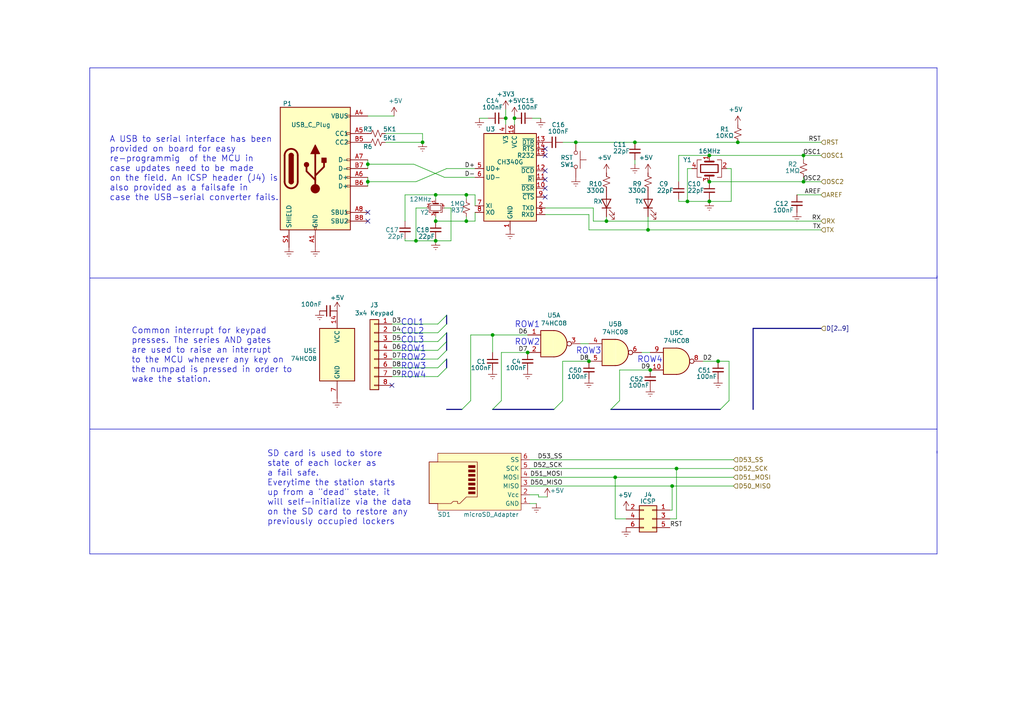
<source format=kicad_sch>
(kicad_sch (version 20200512) (host eeschema "(5.99.0-1662-g9db296991)")
  (page 2 2)
  (paper "A4")
  (title_block (title "SlughCharge Motherboard") (date "2020-05-18") (rev "4.0") (company "SlugCharge") (comment 1 "Engineer: Aditya Sehgal"))
  (lib_symbols
    (symbol "74xx:74LS00"
      (property "Reference" "U" (at 0 1.27 0))
      (property "Value" "74LS00" (at 0 -1.27 0))
      (symbol "74LS00_1_1"
        (pin input line (at -7.62 2.54 0) (length 3.81) (name "~") (number "1"))
        (pin input line (at -7.62 -2.54 0) (length 3.81) (name "~") (number "2"))
        (pin output inverted (at 7.62 0 180) (length 3.81) (name "~") (number "3"))
      )
      (symbol "74LS00_2_1"
        (pin input line (at -7.62 2.54 0) (length 3.81) (name "~") (number "4"))
        (pin input line (at -7.62 -2.54 0) (length 3.81) (name "~") (number "5"))
        (pin output inverted (at 7.62 0 180) (length 3.81) (name "~") (number "6"))
      )
      (symbol "74LS00_3_1"
        (pin input line (at -7.62 -2.54 0) (length 3.81) (name "~") (number "10"))
        (pin output inverted (at 7.62 0 180) (length 3.81) (name "~") (number "8"))
        (pin input line (at -7.62 2.54 0) (length 3.81) (name "~") (number "9"))
      )
      (symbol "74LS00_4_1"
        (pin output inverted (at 7.62 0 180) (length 3.81) (name "~") (number "11"))
        (pin input line (at -7.62 2.54 0) (length 3.81) (name "~") (number "12"))
        (pin input line (at -7.62 -2.54 0) (length 3.81) (name "~") (number "13"))
      )
      (symbol "74LS00_1_2"
        (pin input inverted (at -7.62 2.54 0) (length 4.318) (name "~") (number "1"))
        (pin input inverted (at -7.62 -2.54 0) (length 4.318) (name "~") (number "2"))
        (pin output line (at 7.62 0 180) (length 3.81) (name "~") (number "3"))
      )
      (symbol "74LS00_2_2"
        (pin input inverted (at -7.62 2.54 0) (length 4.318) (name "~") (number "4"))
        (pin input inverted (at -7.62 -2.54 0) (length 4.318) (name "~") (number "5"))
        (pin output line (at 7.62 0 180) (length 3.81) (name "~") (number "6"))
      )
      (symbol "74LS00_3_2"
        (pin input inverted (at -7.62 -2.54 0) (length 4.318) (name "~") (number "10"))
        (pin output line (at 7.62 0 180) (length 3.81) (name "~") (number "8"))
        (pin input inverted (at -7.62 2.54 0) (length 4.318) (name "~") (number "9"))
      )
      (symbol "74LS00_4_2"
        (pin output line (at 7.62 0 180) (length 3.81) (name "~") (number "11"))
        (pin input inverted (at -7.62 2.54 0) (length 4.318) (name "~") (number "12"))
        (pin input inverted (at -7.62 -2.54 0) (length 4.318) (name "~") (number "13"))
      )
      (symbol "74LS00_5_0"
        (pin power_in line (at 0 12.7 270) (length 5.08) (name "VCC") (number "14"))
        (pin power_in line (at 0 -12.7 90) (length 5.08) (name "GND") (number "7"))
      )
    )
    (symbol "Connector:USB_C_Receptacle_USB2.0"
      (property "Reference" "J" (at -10.16 19.05 0))
      (property "Value" "USB_C_Receptacle_USB2.0" (at 19.05 19.05 0))
      (symbol "USB_C_Receptacle_USB2.0_1_1"
        (pin power_in line (at 0 -22.86 90) (length 5.08) (name "GND") (number "A1"))
        (pin passive line (at 0 -22.86 90) (length 5.08) (name "GND") (number "A12") hide)
        (pin power_in line (at 15.24 15.24 180) (length 5.08) (name "VBUS") (number "A4"))
        (pin bidirectional line (at 15.24 10.16 180) (length 5.08) (name "CC1") (number "A5"))
        (pin bidirectional line (at 15.24 -2.54 180) (length 5.08) (name "D+") (number "A6"))
        (pin bidirectional line (at 15.24 2.54 180) (length 5.08) (name "D-") (number "A7"))
        (pin bidirectional line (at 15.24 -12.7 180) (length 5.08) (name "SBU1") (number "A8"))
        (pin passive line (at 15.24 15.24 180) (length 5.08) (name "VBUS") (number "A9") hide)
        (pin passive line (at 0 -22.86 90) (length 5.08) (name "GND") (number "B1") hide)
        (pin passive line (at 0 -22.86 90) (length 5.08) (name "GND") (number "B12") hide)
        (pin passive line (at 15.24 15.24 180) (length 5.08) (name "VBUS") (number "B4") hide)
        (pin bidirectional line (at 15.24 7.62 180) (length 5.08) (name "CC2") (number "B5"))
        (pin bidirectional line (at 15.24 -5.08 180) (length 5.08) (name "D+") (number "B6"))
        (pin bidirectional line (at 15.24 0 180) (length 5.08) (name "D-") (number "B7"))
        (pin bidirectional line (at 15.24 -15.24 180) (length 5.08) (name "SBU2") (number "B8"))
        (pin passive line (at 15.24 15.24 180) (length 5.08) (name "VBUS") (number "B9") hide)
        (pin passive line (at -7.62 -22.86 90) (length 5.08) (name "SHIELD") (number "S1"))
      )
    )
    (symbol "Connector_Generic:Conn_01x08" (pin_names hide)
      (property "Reference" "J" (at 0 10.16 0))
      (property "Value" "Conn_01x08" (at 0 -12.7 0))
      (symbol "Conn_01x08_1_1"
        (pin passive line (at -5.08 7.62 0) (length 3.81) (name "Pin_1") (number "1"))
        (pin passive line (at -5.08 5.08 0) (length 3.81) (name "Pin_2") (number "2"))
        (pin passive line (at -5.08 2.54 0) (length 3.81) (name "Pin_3") (number "3"))
        (pin passive line (at -5.08 0 0) (length 3.81) (name "Pin_4") (number "4"))
        (pin passive line (at -5.08 -2.54 0) (length 3.81) (name "Pin_5") (number "5"))
        (pin passive line (at -5.08 -5.08 0) (length 3.81) (name "Pin_6") (number "6"))
        (pin passive line (at -5.08 -7.62 0) (length 3.81) (name "Pin_7") (number "7"))
        (pin passive line (at -5.08 -10.16 0) (length 3.81) (name "Pin_8") (number "8"))
      )
    )
    (symbol "Connector_Generic:Conn_02x03_Odd_Even" (pin_names hide)
      (property "Reference" "J" (at 1.27 5.08 0))
      (property "Value" "Conn_02x03_Odd_Even" (at 1.27 -5.08 0))
      (symbol "Conn_02x03_Odd_Even_1_1"
        (pin passive line (at -5.08 2.54 0) (length 3.81) (name "Pin_1") (number "1"))
        (pin passive line (at 7.62 2.54 180) (length 3.81) (name "Pin_2") (number "2"))
        (pin passive line (at -5.08 0 0) (length 3.81) (name "Pin_3") (number "3"))
        (pin passive line (at 7.62 0 180) (length 3.81) (name "Pin_4") (number "4"))
        (pin passive line (at -5.08 -2.54 0) (length 3.81) (name "Pin_5") (number "5"))
        (pin passive line (at 7.62 -2.54 180) (length 3.81) (name "Pin_6") (number "6"))
      )
    )
    (symbol "Device:C_Small" (pin_numbers hide) (pin_names (offset 0.254) hide)
      (property "Reference" "C" (at 0.254 1.778 0))
      (property "Value" "C_Small" (at 0.254 -2.032 0))
      (symbol "C_Small_1_1"
        (pin passive line (at 0 2.54 270) (length 2.032) (name "~") (number "1"))
        (pin passive line (at 0 -2.54 90) (length 2.032) (name "~") (number "2"))
      )
    )
    (symbol "Device:C_Small_1" (pin_numbers hide) (pin_names (offset 0.254) hide)
      (property "Reference" "C" (at 0.254 1.778 0))
      (property "Value" "C_Small" (at 0.254 -2.032 0))
      (symbol "C_Small_1_1_1"
        (pin passive line (at 0 2.54 270) (length 2.032) (name "~") (number "1"))
        (pin passive line (at 0 -2.54 90) (length 2.032) (name "~") (number "2"))
      )
    )
    (symbol "Device:C_Small_10" (pin_numbers hide) (pin_names (offset 0.254) hide)
      (property "Reference" "C" (at 0.254 1.778 0))
      (property "Value" "C_Small" (at 0.254 -2.032 0))
      (symbol "C_Small_10_1_1"
        (pin passive line (at 0 2.54 270) (length 2.032) (name "~") (number "1"))
        (pin passive line (at 0 -2.54 90) (length 2.032) (name "~") (number "2"))
      )
    )
    (symbol "Device:C_Small_11" (pin_numbers hide) (pin_names (offset 0.254) hide)
      (property "Reference" "C" (at 0.254 1.778 0))
      (property "Value" "C_Small" (at 0.254 -2.032 0))
      (symbol "C_Small_11_1_1"
        (pin passive line (at 0 2.54 270) (length 2.032) (name "~") (number "1"))
        (pin passive line (at 0 -2.54 90) (length 2.032) (name "~") (number "2"))
      )
    )
    (symbol "Device:C_Small_12" (pin_numbers hide) (pin_names (offset 0.254) hide)
      (property "Reference" "C" (at 0.254 1.778 0))
      (property "Value" "C_Small" (at 0.254 -2.032 0))
      (symbol "C_Small_12_1_1"
        (pin passive line (at 0 2.54 270) (length 2.032) (name "~") (number "1"))
        (pin passive line (at 0 -2.54 90) (length 2.032) (name "~") (number "2"))
      )
    )
    (symbol "Device:C_Small_13" (pin_numbers hide) (pin_names (offset 0.254) hide)
      (property "Reference" "C" (at 0.254 1.778 0))
      (property "Value" "C_Small" (at 0.254 -2.032 0))
      (symbol "C_Small_13_1_1"
        (pin passive line (at 0 2.54 270) (length 2.032) (name "~") (number "1"))
        (pin passive line (at 0 -2.54 90) (length 2.032) (name "~") (number "2"))
      )
    )
    (symbol "Device:C_Small_14" (pin_numbers hide) (pin_names (offset 0.254) hide)
      (property "Reference" "C" (at 0.254 1.778 0))
      (property "Value" "C_Small" (at 0.254 -2.032 0))
      (symbol "C_Small_14_1_1"
        (pin passive line (at 0 2.54 270) (length 2.032) (name "~") (number "1"))
        (pin passive line (at 0 -2.54 90) (length 2.032) (name "~") (number "2"))
      )
    )
    (symbol "Device:C_Small_2" (pin_numbers hide) (pin_names (offset 0.254) hide)
      (property "Reference" "C" (at 0.254 1.778 0))
      (property "Value" "C_Small" (at 0.254 -2.032 0))
      (symbol "C_Small_2_1_1"
        (pin passive line (at 0 2.54 270) (length 2.032) (name "~") (number "1"))
        (pin passive line (at 0 -2.54 90) (length 2.032) (name "~") (number "2"))
      )
    )
    (symbol "Device:C_Small_3" (pin_numbers hide) (pin_names (offset 0.254) hide)
      (property "Reference" "C" (at 0.254 1.778 0))
      (property "Value" "C_Small" (at 0.254 -2.032 0))
      (symbol "C_Small_3_1_1"
        (pin passive line (at 0 2.54 270) (length 2.032) (name "~") (number "1"))
        (pin passive line (at 0 -2.54 90) (length 2.032) (name "~") (number "2"))
      )
    )
    (symbol "Device:C_Small_4" (pin_numbers hide) (pin_names (offset 0.254) hide)
      (property "Reference" "C" (at 0.254 1.778 0))
      (property "Value" "C_Small" (at 0.254 -2.032 0))
      (symbol "C_Small_4_1_1"
        (pin passive line (at 0 2.54 270) (length 2.032) (name "~") (number "1"))
        (pin passive line (at 0 -2.54 90) (length 2.032) (name "~") (number "2"))
      )
    )
    (symbol "Device:C_Small_5" (pin_numbers hide) (pin_names (offset 0.254) hide)
      (property "Reference" "C" (at 0.254 1.778 0))
      (property "Value" "C_Small" (at 0.254 -2.032 0))
      (symbol "C_Small_5_1_1"
        (pin passive line (at 0 2.54 270) (length 2.032) (name "~") (number "1"))
        (pin passive line (at 0 -2.54 90) (length 2.032) (name "~") (number "2"))
      )
    )
    (symbol "Device:C_Small_6" (pin_numbers hide) (pin_names (offset 0.254) hide)
      (property "Reference" "C" (at 0.254 1.778 0))
      (property "Value" "C_Small" (at 0.254 -2.032 0))
      (symbol "C_Small_6_1_1"
        (pin passive line (at 0 2.54 270) (length 2.032) (name "~") (number "1"))
        (pin passive line (at 0 -2.54 90) (length 2.032) (name "~") (number "2"))
      )
    )
    (symbol "Device:C_Small_7" (pin_numbers hide) (pin_names (offset 0.254) hide)
      (property "Reference" "C" (at 0.254 1.778 0))
      (property "Value" "C_Small" (at 0.254 -2.032 0))
      (symbol "C_Small_7_1_1"
        (pin passive line (at 0 2.54 270) (length 2.032) (name "~") (number "1"))
        (pin passive line (at 0 -2.54 90) (length 2.032) (name "~") (number "2"))
      )
    )
    (symbol "Device:C_Small_8" (pin_numbers hide) (pin_names (offset 0.254) hide)
      (property "Reference" "C" (at 0.254 1.778 0))
      (property "Value" "C_Small" (at 0.254 -2.032 0))
      (symbol "C_Small_8_1_1"
        (pin passive line (at 0 2.54 270) (length 2.032) (name "~") (number "1"))
        (pin passive line (at 0 -2.54 90) (length 2.032) (name "~") (number "2"))
      )
    )
    (symbol "Device:C_Small_9" (pin_numbers hide) (pin_names (offset 0.254) hide)
      (property "Reference" "C" (at 0.254 1.778 0))
      (property "Value" "C_Small" (at 0.254 -2.032 0))
      (symbol "C_Small_9_1_1"
        (pin passive line (at 0 2.54 270) (length 2.032) (name "~") (number "1"))
        (pin passive line (at 0 -2.54 90) (length 2.032) (name "~") (number "2"))
      )
    )
    (symbol "Device:Crystal_GND24" (pin_names hide)
      (property "Reference" "Y" (at 3.175 5.08 0))
      (property "Value" "Crystal_GND24" (at 3.175 3.175 0))
      (symbol "Crystal_GND24_1_1"
        (pin passive line (at -3.81 0 0) (length 1.27) (name "1") (number "1"))
        (pin passive line (at 0 5.08 270) (length 1.27) (name "2") (number "2"))
        (pin passive line (at 3.81 0 180) (length 1.27) (name "3") (number "3"))
        (pin passive line (at 0 -5.08 90) (length 1.27) (name "4") (number "4"))
      )
    )
    (symbol "Device:Crystal_GND24_Small" (pin_names hide)
      (property "Reference" "Y" (at 1.27 4.445 0))
      (property "Value" "Crystal_GND24_Small" (at 1.27 2.54 0))
      (symbol "Crystal_GND24_Small_1_1"
        (pin passive line (at -2.54 0 0) (length 1.27) (name "1") (number "1"))
        (pin passive line (at 0 -2.54 90) (length 0.635) (name "2") (number "2"))
        (pin passive line (at 2.54 0 180) (length 1.27) (name "3") (number "3"))
        (pin passive line (at 0 2.54 270) (length 0.635) (name "4") (number "4"))
      )
    )
    (symbol "Device:LED" (pin_numbers hide) (pin_names hide)
      (property "Reference" "D" (at 0 2.54 0))
      (property "Value" "LED" (at 0 -2.54 0))
      (symbol "LED_1_1"
        (pin passive line (at -3.81 0 0) (length 2.54) (name "K") (number "1"))
        (pin passive line (at 3.81 0 180) (length 2.54) (name "A") (number "2"))
      )
    )
    (symbol "Device:LED_1" (pin_numbers hide) (pin_names hide)
      (property "Reference" "D" (at 0 2.54 0))
      (property "Value" "LED" (at 0 -2.54 0))
      (symbol "LED_1_1_1"
        (pin passive line (at -3.81 0 0) (length 2.54) (name "K") (number "1"))
        (pin passive line (at 3.81 0 180) (length 2.54) (name "A") (number "2"))
      )
    )
    (symbol "Device:R_Small_US_1" (pin_numbers hide) (pin_names (offset 0.254) hide)
      (property "Reference" "R" (at 0.762 0.508 0))
      (property "Value" "R_Small_US" (at 0.762 -1.016 0))
      (symbol "R_Small_US_1_1_1"
        (pin passive line (at 0 2.54 270) (length 1.016) (name "~") (number "1"))
        (pin passive line (at 0 -2.54 90) (length 1.016) (name "~") (number "2"))
      )
    )
    (symbol "Device:R_Small_US_2" (pin_numbers hide) (pin_names (offset 0.254) hide)
      (property "Reference" "R" (at 0.762 0.508 0))
      (property "Value" "R_Small_US" (at 0.762 -1.016 0))
      (symbol "R_Small_US_2_1_1"
        (pin passive line (at 0 2.54 270) (length 1.016) (name "~") (number "1"))
        (pin passive line (at 0 -2.54 90) (length 1.016) (name "~") (number "2"))
      )
    )
    (symbol "Device:R_Small_US_3" (pin_numbers hide) (pin_names (offset 0.254) hide)
      (property "Reference" "R" (at 0.762 0.508 0))
      (property "Value" "R_Small_US" (at 0.762 -1.016 0))
      (symbol "R_Small_US_3_1_1"
        (pin passive line (at 0 2.54 270) (length 1.016) (name "~") (number "1"))
        (pin passive line (at 0 -2.54 90) (length 1.016) (name "~") (number "2"))
      )
    )
    (symbol "Device:R_Small_US_4" (pin_numbers hide) (pin_names (offset 0.254) hide)
      (property "Reference" "R" (at 0.762 0.508 0))
      (property "Value" "R_Small_US" (at 0.762 -1.016 0))
      (symbol "R_Small_US_4_1_1"
        (pin passive line (at 0 2.54 270) (length 1.016) (name "~") (number "1"))
        (pin passive line (at 0 -2.54 90) (length 1.016) (name "~") (number "2"))
      )
    )
    (symbol "Device:R_Small_US_5" (pin_numbers hide) (pin_names (offset 0.254) hide)
      (property "Reference" "R" (at 0.762 0.508 0))
      (property "Value" "R_Small_US" (at 0.762 -1.016 0))
      (symbol "R_Small_US_5_1_1"
        (pin passive line (at 0 2.54 270) (length 1.016) (name "~") (number "1"))
        (pin passive line (at 0 -2.54 90) (length 1.016) (name "~") (number "2"))
      )
    )
    (symbol "Device:R_Small_US_6" (pin_numbers hide) (pin_names (offset 0.254) hide)
      (property "Reference" "R" (at 0.762 0.508 0))
      (property "Value" "R_Small_US" (at 0.762 -1.016 0))
      (symbol "R_Small_US_6_1_1"
        (pin passive line (at 0 2.54 270) (length 1.016) (name "~") (number "1"))
        (pin passive line (at 0 -2.54 90) (length 1.016) (name "~") (number "2"))
      )
    )
    (symbol "Device:R_Small_US_7" (pin_numbers hide) (pin_names (offset 0.254) hide)
      (property "Reference" "R" (at 0.762 0.508 0))
      (property "Value" "R_Small_US" (at 0.762 -1.016 0))
      (symbol "R_Small_US_7_1_1"
        (pin passive line (at 0 2.54 270) (length 1.016) (name "~") (number "1"))
        (pin passive line (at 0 -2.54 90) (length 1.016) (name "~") (number "2"))
      )
    )
    (symbol "Switch:SW_Push" (pin_numbers hide) (pin_names hide)
      (property "Reference" "SW" (at 1.27 2.54 0))
      (property "Value" "SW_Push" (at 0 -1.524 0))
      (symbol "SW_Push_0_1"
        (pin passive line (at -5.08 0 0) (length 2.54) (name "1") (number "1"))
        (pin passive line (at 5.08 0 180) (length 2.54) (name "2") (number "2"))
      )
    )
    (symbol "UI-rescue:CH340G-Interface_USB" (pin_names (offset 0.508))
      (property "Reference" "U" (at -5.715 5.08 0))
      (property "Value" "CH340G-Interface_USB" (at -6.985 6.985 0))
      (symbol "CH340G-Interface_USB_1_1"
        (pin power_in line (at 0 -15.24 90) (length 2.54) (name "GND") (number "1"))
        (pin input line (at 10.16 -3.175 180) (length 2.54) (name "~DSR") (number "10"))
        (pin input line (at 10.16 -0.635 180) (length 2.54) (name "~RI") (number "11"))
        (pin input line (at 10.16 1.905 180) (length 2.54) (name "~DCD") (number "12"))
        (pin output line (at 10.16 10.16 180) (length 2.54) (name "~DTR") (number "13"))
        (pin output line (at 10.16 8.255 180) (length 2.54) (name "~RTS") (number "14"))
        (pin input line (at 10.16 6.35 180) (length 2.54) (name "R232") (number "15"))
        (pin power_in line (at 1.27 15.24 270) (length 2.54) (name "VCC") (number "16"))
        (pin output line (at 10.16 -8.89 180) (length 2.54) (name "TXD") (number "2"))
        (pin input line (at 10.16 -10.795 180) (length 2.54) (name "RXD") (number "3"))
        (pin passive line (at -1.27 15.24 270) (length 2.54) (name "V3") (number "4"))
        (pin bidirectional line (at -10.16 2.54 0) (length 2.54) (name "UD+") (number "5"))
        (pin bidirectional line (at -10.16 0 0) (length 2.54) (name "UD-") (number "6"))
        (pin input line (at -10.16 -8.255 0) (length 2.54) (name "XI") (number "7"))
        (pin output line (at -10.16 -10.16 0) (length 2.54) (name "XO") (number "8"))
        (pin input line (at 10.16 -5.715 180) (length 2.54) (name "~CTS") (number "9"))
      )
    )
    (symbol "UI-rescue:Micro_SD_Adaptor-DaughterBoards_Symbols"
      (property "Reference" "U" (at 22.86 17.78 0))
      (property "Value" "Micro_SD_Adaptor-DaughterBoards_Symbols" (at 12.7 17.78 0))
      (symbol "Micro_SD_Adaptor-DaughterBoards_Symbols_1_1"
        (pin input line (at -2.54 14.605 0) (length 2.54) (name "GND") (number "1"))
        (pin input line (at -2.54 12.065 0) (length 2.54) (name "Vcc") (number "2"))
        (pin input line (at -2.54 9.525 0) (length 2.54) (name "MISO") (number "3"))
        (pin input line (at -2.54 6.985 0) (length 2.54) (name "MOSI") (number "4"))
        (pin input line (at -2.54 4.445 0) (length 2.54) (name "SCK") (number "5"))
        (pin input line (at -2.54 1.905 0) (length 2.54) (name "SS") (number "6"))
      )
    )
    (symbol "power:+3V3" (power) (pin_names (offset 0))
      (property "Value" "+3V3" (at 0 3.556 0))
      (symbol "+3V3_1_1"
        (pin power_in line (at 0 0 90) (length 0) (name "+3V3") (number "1") hide)
      )
    )
    (symbol "power:+5V" (power) (pin_names (offset 0))
      (property "Value" "+5V" (at 0 3.556 0))
      (symbol "+5V_1_1"
        (pin power_in line (at 0 0 90) (length 0) (name "+5V") (number "1") hide)
      )
    )
    (symbol "power:GNDREF" (power) (pin_names (offset 0))
      (property "Value" "GNDREF" (at 0 -3.81 0))
      (symbol "GNDREF_1_1"
        (pin power_in line (at 0 0 270) (length 0) (name "GNDREF") (number "1") hide)
      )
    )
  )
  (junction (at 106.68 47.625))
  (junction (at 106.68 52.705))
  (junction (at 120.65 69.85))
  (junction (at 122.555 41.275))
  (junction (at 126.365 56.515))
  (junction (at 126.365 64.135))
  (junction (at 126.365 69.85))
  (junction (at 135.255 56.515))
  (junction (at 135.255 64.135))
  (junction (at 142.875 97.155))
  (junction (at 146.685 34.29))
  (junction (at 149.225 34.29))
  (junction (at 153.035 102.235))
  (junction (at 167.005 41.275))
  (junction (at 170.815 104.775))
  (junction (at 175.895 64.135))
  (junction (at 178.435 138.43))
  (junction (at 184.15 41.275))
  (junction (at 187.96 66.675))
  (junction (at 188.595 107.315))
  (junction (at 194.945 140.97))
  (junction (at 196.215 135.89))
  (junction (at 199.39 58.42))
  (junction (at 205.74 45.085))
  (junction (at 205.74 52.705))
  (junction (at 205.74 58.42))
  (junction (at 208.28 104.775))
  (junction (at 213.995 41.275))
  (junction (at 233.045 45.085))
  (junction (at 233.045 52.705))
  (no_connect (at 106.68 64.135))
  (no_connect (at 106.68 61.595))
  (no_connect (at 158.115 52.07))
  (no_connect (at 158.115 57.15))
  (no_connect (at 113.665 111.76))
  (no_connect (at 158.115 49.53))
  (no_connect (at 158.115 43.18))
  (no_connect (at 158.115 54.61))
  (no_connect (at 158.115 45.085))
  (bus_entry (at 127 93.98) (size 2.54 -2.54))
  (bus_entry (at 127 96.52) (size 2.54 -2.54))
  (bus_entry (at 127 99.06) (size 2.54 -2.54))
  (bus_entry (at 127 101.6) (size 2.54 -2.54))
  (bus_entry (at 127 104.14) (size 2.54 -2.54))
  (bus_entry (at 127 106.68) (size 2.54 -2.54))
  (bus_entry (at 127 109.22) (size 2.54 -2.54))
  (bus_entry (at 133.985 118.745) (size 2.54 -2.54))
  (bus_entry (at 142.875 118.745) (size 2.54 -2.54))
  (bus_entry (at 160.655 118.745) (size 2.54 -2.54))
  (bus_entry (at 177.165 118.745) (size 2.54 -2.54))
  (bus_entry (at 208.915 118.745) (size 2.54 -2.54))
  (wire (pts (xy 106.68 33.655) (xy 114.3 33.655)))
  (wire (pts (xy 106.68 46.355) (xy 106.68 47.625)))
  (wire (pts (xy 106.68 47.625) (xy 106.68 48.895)))
  (wire (pts (xy 106.68 47.625) (xy 120.015 47.625)))
  (wire (pts (xy 106.68 51.435) (xy 106.68 52.705)))
  (wire (pts (xy 106.68 52.705) (xy 106.68 53.975)))
  (wire (pts (xy 106.68 52.705) (xy 120.65 52.705)))
  (wire (pts (xy 111.76 38.735) (xy 122.555 38.735)))
  (wire (pts (xy 111.76 41.275) (xy 122.555 41.275)))
  (wire (pts (xy 113.665 93.98) (xy 127 93.98)))
  (wire (pts (xy 113.665 96.52) (xy 127 96.52)))
  (wire (pts (xy 113.665 99.06) (xy 127 99.06)))
  (wire (pts (xy 113.665 101.6) (xy 127 101.6)))
  (wire (pts (xy 113.665 104.14) (xy 127 104.14)))
  (wire (pts (xy 113.665 106.68) (xy 127 106.68)))
  (wire (pts (xy 113.665 109.22) (xy 127 109.22)))
  (wire (pts (xy 117.475 56.515) (xy 126.365 56.515)))
  (wire (pts (xy 117.475 64.135) (xy 117.475 56.515)))
  (wire (pts (xy 117.475 69.85) (xy 117.475 69.215)))
  (wire (pts (xy 117.475 69.85) (xy 120.65 69.85)))
  (wire (pts (xy 120.015 47.625) (xy 128.905 51.435)))
  (wire (pts (xy 120.65 52.705) (xy 129.54 48.895)))
  (wire (pts (xy 120.65 60.325) (xy 120.65 69.85)))
  (wire (pts (xy 120.65 60.325) (xy 123.825 60.325)))
  (wire (pts (xy 120.65 69.85) (xy 126.365 69.85)))
  (wire (pts (xy 122.555 38.735) (xy 122.555 41.275)))
  (wire (pts (xy 126.365 56.515) (xy 126.365 57.785)))
  (wire (pts (xy 126.365 56.515) (xy 135.255 56.515)))
  (wire (pts (xy 126.365 62.865) (xy 126.365 64.135)))
  (wire (pts (xy 126.365 64.135) (xy 135.255 64.135)))
  (wire (pts (xy 126.365 69.215) (xy 126.365 69.85)))
  (wire (pts (xy 126.365 69.85) (xy 130.81 69.85)))
  (wire (pts (xy 128.905 51.435) (xy 137.795 51.435)))
  (wire (pts (xy 128.905 60.325) (xy 130.81 60.325)))
  (wire (pts (xy 129.54 48.895) (xy 137.795 48.895)))
  (wire (pts (xy 130.81 60.325) (xy 130.81 69.85)))
  (wire (pts (xy 135.255 56.515) (xy 135.255 57.785)))
  (wire (pts (xy 135.255 56.515) (xy 137.795 56.515)))
  (wire (pts (xy 135.255 62.865) (xy 135.255 64.135)))
  (wire (pts (xy 135.255 64.135) (xy 137.795 64.135)))
  (wire (pts (xy 136.525 97.155) (xy 136.525 116.205)))
  (wire (pts (xy 137.795 56.515) (xy 137.795 59.69)))
  (wire (pts (xy 137.795 64.135) (xy 137.795 61.595)))
  (wire (pts (xy 141.605 34.29) (xy 139.065 34.29)))
  (wire (pts (xy 142.875 97.155) (xy 136.525 97.155)))
  (wire (pts (xy 142.875 97.155) (xy 153.035 97.155)))
  (wire (pts (xy 142.875 102.235) (xy 142.875 97.155)))
  (wire (pts (xy 145.415 102.235) (xy 145.415 116.205)))
  (wire (pts (xy 146.685 31.75) (xy 146.685 34.29)))
  (wire (pts (xy 146.685 34.29) (xy 146.685 36.195)))
  (wire (pts (xy 149.225 33.655) (xy 149.225 34.29)))
  (wire (pts (xy 149.225 34.29) (xy 149.225 36.195)))
  (wire (pts (xy 153.035 102.235) (xy 145.415 102.235)))
  (wire (pts (xy 153.67 133.35) (xy 212.725 133.35)))
  (wire (pts (xy 153.67 135.89) (xy 196.215 135.89)))
  (wire (pts (xy 153.67 138.43) (xy 178.435 138.43)))
  (wire (pts (xy 153.67 140.97) (xy 194.945 140.97)))
  (wire (pts (xy 153.67 146.05) (xy 155.575 146.05)))
  (wire (pts (xy 154.305 34.29) (xy 156.845 34.29)))
  (wire (pts (xy 156.21 143.51) (xy 153.67 143.51)))
  (wire (pts (xy 156.21 144.145) (xy 156.21 143.51)))
  (wire (pts (xy 158.115 60.325) (xy 172.085 60.325)))
  (wire (pts (xy 158.115 62.23) (xy 170.815 62.23)))
  (wire (pts (xy 158.75 144.145) (xy 156.21 144.145)))
  (wire (pts (xy 163.195 104.775) (xy 163.195 116.205)))
  (wire (pts (xy 167.005 41.275) (xy 163.195 41.275)))
  (wire (pts (xy 167.005 41.275) (xy 184.15 41.275)))
  (wire (pts (xy 170.815 62.23) (xy 170.815 66.675)))
  (wire (pts (xy 170.815 66.675) (xy 187.96 66.675)))
  (wire (pts (xy 170.815 99.695) (xy 168.275 99.695)))
  (wire (pts (xy 170.815 104.775) (xy 163.195 104.775)))
  (wire (pts (xy 172.085 60.325) (xy 172.085 64.135)))
  (wire (pts (xy 172.085 64.135) (xy 175.895 64.135)))
  (wire (pts (xy 175.895 62.865) (xy 175.895 64.135)))
  (wire (pts (xy 175.895 64.135) (xy 238.125 64.135)))
  (wire (pts (xy 178.435 138.43) (xy 212.725 138.43)))
  (wire (pts (xy 178.435 150.495) (xy 178.435 138.43)))
  (wire (pts (xy 179.705 107.315) (xy 179.705 116.205)))
  (wire (pts (xy 181.61 150.495) (xy 178.435 150.495)))
  (wire (pts (xy 184.15 41.275) (xy 213.995 41.275)))
  (wire (pts (xy 184.15 47.625) (xy 184.15 46.355)))
  (wire (pts (xy 187.96 62.865) (xy 187.96 66.675)))
  (wire (pts (xy 187.96 66.675) (xy 238.125 66.675)))
  (wire (pts (xy 188.595 102.235) (xy 186.055 102.235)))
  (wire (pts (xy 188.595 107.315) (xy 179.705 107.315)))
  (wire (pts (xy 194.31 147.955) (xy 194.945 147.955)))
  (wire (pts (xy 194.31 150.495) (xy 196.215 150.495)))
  (wire (pts (xy 194.945 140.97) (xy 212.725 140.97)))
  (wire (pts (xy 194.945 147.955) (xy 194.945 140.97)))
  (wire (pts (xy 196.215 135.89) (xy 212.725 135.89)))
  (wire (pts (xy 196.215 150.495) (xy 196.215 135.89)))
  (wire (pts (xy 196.85 45.085) (xy 205.74 45.085)))
  (wire (pts (xy 196.85 52.705) (xy 196.85 45.085)))
  (wire (pts (xy 196.85 57.785) (xy 196.85 58.42)))
  (wire (pts (xy 196.85 58.42) (xy 199.39 58.42)))
  (wire (pts (xy 199.39 48.895) (xy 199.39 58.42)))
  (wire (pts (xy 199.39 58.42) (xy 205.74 58.42)))
  (wire (pts (xy 200.66 48.895) (xy 199.39 48.895)))
  (wire (pts (xy 203.835 104.775) (xy 208.28 104.775)))
  (wire (pts (xy 205.74 45.085) (xy 233.045 45.085)))
  (wire (pts (xy 205.74 52.705) (xy 233.045 52.705)))
  (wire (pts (xy 205.74 57.785) (xy 205.74 58.42)))
  (wire (pts (xy 205.74 58.42) (xy 212.09 58.42)))
  (wire (pts (xy 208.28 104.775) (xy 211.455 104.775)))
  (wire (pts (xy 210.82 48.895) (xy 212.09 48.895)))
  (wire (pts (xy 211.455 104.775) (xy 211.455 116.205)))
  (wire (pts (xy 212.09 48.895) (xy 212.09 58.42)))
  (wire (pts (xy 213.995 41.275) (xy 238.125 41.275)))
  (wire (pts (xy 231.14 56.515) (xy 238.125 56.515)))
  (wire (pts (xy 233.045 45.085) (xy 233.045 46.355)))
  (wire (pts (xy 233.045 45.085) (xy 238.125 45.085)))
  (wire (pts (xy 233.045 51.435) (xy 233.045 52.705)))
  (wire (pts (xy 233.045 52.705) (xy 238.125 52.705)))
  (bus (pts (xy 129.54 91.44) (xy 129.54 96.52)))
  (bus (pts (xy 129.54 96.52) (xy 129.54 99.06)))
  (bus (pts (xy 129.54 99.06) (xy 129.54 104.14)))
  (bus (pts (xy 129.54 104.14) (xy 129.54 118.745)))
  (bus (pts (xy 129.54 118.745) (xy 142.875 118.745)))
  (bus (pts (xy 142.875 118.745) (xy 177.165 118.745)))
  (bus (pts (xy 177.165 118.745) (xy 218.44 118.745)))
  (bus (pts (xy 218.44 95.25) (xy 218.44 118.745)))
  (bus (pts (xy 218.44 95.25) (xy 238.125 95.25)))
  (polyline (pts (xy 26.035 19.685) (xy 26.035 160.655)))
  (polyline (pts (xy 26.035 19.685) (xy 271.78 19.685)))
  (polyline (pts (xy 26.035 80.645) (xy 271.78 80.645)))
  (polyline (pts (xy 26.035 124.46) (xy 271.78 124.46)))
  (polyline (pts (xy 271.78 19.685) (xy 271.78 160.655)))
  (polyline (pts (xy 271.78 80.645) (xy 271.78 80.01)))
  (polyline (pts (xy 271.78 130.81) (xy 271.78 131.445)))
  (polyline (pts (xy 271.78 160.655) (xy 26.035 160.655)))
  (text "A USB to serial interface has been \nprovided on board for easy \nre-programmig  of the MCU in \ncase updates need to be made \non the field. An ICSP header (J4) is \nalso provided as a failsafe in \ncase the USB-serial converter fails." (at 31.75 58.42 0) (effects (font (size 1.75 1.75)) (justify left bottom)))
  (text "Common interrupt for keypad\npresses. The series AND gates \nare used to raise an interrupt \nto the MCU whenever any key on \nthe numpad is pressed in order to \nwake the station." (at 38.1 111.125 0) (effects (font (size 1.75 1.75)) (justify left bottom)))
  (text "SD card is used to store\nstate of each locker as \na fail safe.\nEverytime the station starts\nup from a \"dead\" state, it \nwill self-initialize via the data\non the SD card to restore any\npreviously occupied lockers" (at 77.47 152.4 0) (effects (font (size 1.75 1.75)) (justify left bottom)))
  (text "COL1" (at 116.205 94.615 0) (effects (font (size 1.75 1.75)) (justify left bottom)))
  (text "COL2" (at 116.205 97.155 0) (effects (font (size 1.75 1.75)) (justify left bottom)))
  (text "COL3" (at 116.205 99.695 0) (effects (font (size 1.75 1.75)) (justify left bottom)))
  (text "ROW1" (at 116.205 102.235 0) (effects (font (size 1.75 1.75)) (justify left bottom)))
  (text "ROW2" (at 116.205 104.775 0) (effects (font (size 1.75 1.75)) (justify left bottom)))
  (text "ROW3" (at 116.205 107.315 0) (effects (font (size 1.75 1.75)) (justify left bottom)))
  (text "ROW4" (at 116.205 109.855 0) (effects (font (size 1.75 1.75)) (justify left bottom)))
  (text "ROW1" (at 149.225 95.25 0) (effects (font (size 1.75 1.75)) (justify left bottom)))
  (text "ROW2" (at 149.225 100.33 0) (effects (font (size 1.75 1.75)) (justify left bottom)))
  (text "ROW3" (at 167.005 102.87 0) (effects (font (size 1.75 1.75)) (justify left bottom)))
  (text "ROW4" (at 184.785 105.41 0) (effects (font (size 1.75 1.75)) (justify left bottom)))
  (label "D3" (at 113.665 93.98 0))
  (label "D4" (at 113.665 96.52 0))
  (label "D5" (at 113.665 99.06 0))
  (label "D6" (at 113.665 101.6 0))
  (label "D7" (at 113.665 104.14 0))
  (label "D8" (at 113.665 106.68 0))
  (label "D9" (at 113.665 109.22 0))
  (label "D+" (at 137.795 48.895 180))
  (label "D-" (at 137.795 51.435 180))
  (label "D6" (at 153.035 97.155 180))
  (label "D7" (at 153.035 102.235 180))
  (label "D53_SS" (at 163.195 133.35 180))
  (label "D52_SCK" (at 163.195 135.89 180))
  (label "D51_MOSI" (at 163.195 138.43 180))
  (label "D50_MISO" (at 163.195 140.97 180))
  (label "D8" (at 170.815 104.775 180))
  (label "D9" (at 188.595 107.315 180))
  (label "RST" (at 194.31 153.035 0))
  (label "D2" (at 203.835 104.775 0))
  (label "RST" (at 238.125 41.275 180))
  (label "OSC1" (at 238.125 45.085 180))
  (label "OSC2" (at 238.125 52.705 180))
  (label "AREF" (at 238.125 56.515 180))
  (label "RX" (at 238.125 64.135 180))
  (label "TX" (at 238.125 66.675 180))
  (hierarchical_label "D53_SS" (shape input) (at 212.725 133.35 0))
  (hierarchical_label "D52_SCK" (shape input) (at 212.725 135.89 0))
  (hierarchical_label "D51_MOSI" (shape input) (at 212.725 138.43 0))
  (hierarchical_label "D50_MISO" (shape input) (at 212.725 140.97 0))
  (hierarchical_label "RST" (shape input) (at 238.125 41.275 0))
  (hierarchical_label "OSC1" (shape input) (at 238.125 45.085 0))
  (hierarchical_label "OSC2" (shape input) (at 238.125 52.705 0))
  (hierarchical_label "AREF" (shape input) (at 238.125 56.515 0))
  (hierarchical_label "RX" (shape input) (at 238.125 64.135 0))
  (hierarchical_label "TX" (shape input) (at 238.125 66.675 0))
  (hierarchical_label "D[2..9]" (shape input) (at 238.125 95.25 0))
  (symbol (lib_id "power:+5V") (at 97.79 90.17 0) (mirror y) (unit 1)
    (property "Reference" "#PWR0233" (effects hide))
    (property "Value" "+5V" (at 97.79 86.36 0))
  )
  (symbol (lib_id "power:+5V") (at 114.3 33.655 0) (unit 1)
    (property "Reference" "#PWR0187" (effects hide))
    (property "Value" "+5V" (at 114.681 29.2608 0))
  )
  (symbol (lib_id "power:+3V3") (at 146.685 31.75 0) (unit 1)
    (property "Reference" "#PWR0191" (effects hide))
    (property "Value" "+3V3" (at 146.685 27.305 0))
  )
  (symbol (lib_id "power:+5V") (at 149.225 33.655 0) (unit 1)
    (property "Reference" "#PWR0192" (effects hide))
    (property "Value" "+5V" (at 149.225 29.21 0))
  )
  (symbol (lib_id "power:+5V") (at 158.75 144.145 0) (mirror y) (unit 1)
    (property "Reference" "#PWR0143" (effects hide))
    (property "Value" "+5V" (at 161.544 142.2908 0))
  )
  (symbol (lib_id "power:+5V") (at 175.895 50.165 0) (unit 1)
    (property "Reference" "#PWR0115" (effects hide))
    (property "Value" "+5V" (at 175.26 45.72 0))
  )
  (symbol (lib_id "power:+5V") (at 181.61 147.955 0) (mirror y) (unit 1)
    (property "Reference" "#PWR0122" (effects hide))
    (property "Value" "+5V" (at 181.229 143.5608 0))
  )
  (symbol (lib_id "power:+5V") (at 187.96 50.165 0) (unit 1)
    (property "Reference" "#PWR0104" (effects hide))
    (property "Value" "+5V" (at 187.325 45.72 0))
  )
  (symbol (lib_id "power:+5V") (at 213.995 36.195 0) (unit 1)
    (property "Reference" "#PWR0128" (effects hide))
    (property "Value" "+5V" (at 213.36 31.75 0))
  )
  (symbol (lib_id "power:GNDREF") (at 83.82 71.755 0) (unit 1)
    (property "Reference" "#PWR0189" (effects hide))
    (property "Value" "GNDREF" (effects hide))
  )
  (symbol (lib_id "power:GNDREF") (at 91.44 71.755 0) (unit 1)
    (property "Reference" "#PWR0188" (effects hide))
    (property "Value" "GNDREF" (effects hide))
  )
  (symbol (lib_id "power:GNDREF") (at 92.71 90.17 0) (mirror y) (unit 1)
    (property "Reference" "#PWR0235" (effects hide))
    (property "Value" "GNDREF" (effects hide))
  )
  (symbol (lib_id "power:GNDREF") (at 97.79 115.57 0) (mirror y) (unit 1)
    (property "Reference" "#PWR0234" (effects hide))
    (property "Value" "GNDREF" (effects hide))
  )
  (symbol (lib_id "power:GNDREF") (at 122.555 41.275 0) (unit 1)
    (property "Reference" "#PWR0186" (effects hide))
    (property "Value" "GNDREF" (effects hide))
  )
  (symbol (lib_id "power:GNDREF") (at 126.365 69.85 0) (unit 1)
    (property "Reference" "#PWR0190" (effects hide))
    (property "Value" "GNDREF" (effects hide))
  )
  (symbol (lib_id "power:GNDREF") (at 139.065 34.29 0) (unit 1)
    (property "Reference" "#PWR0193" (effects hide))
    (property "Value" "GNDREF" (effects hide))
  )
  (symbol (lib_id "power:GNDREF") (at 142.875 107.315 0) (unit 1)
    (property "Reference" "#PWR0254" (effects hide))
    (property "Value" "GNDREF" (effects hide))
  )
  (symbol (lib_id "power:GNDREF") (at 147.955 66.675 0) (unit 1)
    (property "Reference" "#PWR0195" (effects hide))
    (property "Value" "GNDREF" (effects hide))
  )
  (symbol (lib_id "power:GNDREF") (at 153.035 107.315 0) (unit 1)
    (property "Reference" "#PWR0255" (effects hide))
    (property "Value" "GNDREF" (effects hide))
  )
  (symbol (lib_id "power:GNDREF") (at 155.575 146.05 0) (mirror y) (unit 1)
    (property "Reference" "#PWR0144" (effects hide))
    (property "Value" "GNDREF" (effects hide))
  )
  (symbol (lib_id "power:GNDREF") (at 156.845 34.29 0) (mirror y) (unit 1)
    (property "Reference" "#PWR0194" (effects hide))
    (property "Value" "GNDREF" (effects hide))
  )
  (symbol (lib_id "power:GNDREF") (at 167.005 51.435 0) (unit 1)
    (property "Reference" "#PWR0129" (effects hide))
    (property "Value" "GNDREF" (effects hide))
  )
  (symbol (lib_id "power:GNDREF") (at 170.815 109.855 0) (unit 1)
    (property "Reference" "#PWR0256" (effects hide))
    (property "Value" "GNDREF" (effects hide))
  )
  (symbol (lib_id "power:GNDREF") (at 181.61 153.035 0) (mirror y) (unit 1)
    (property "Reference" "#PWR0123" (effects hide))
    (property "Value" "GNDREF" (effects hide))
  )
  (symbol (lib_id "power:GNDREF") (at 184.15 47.625 0) (unit 1)
    (property "Reference" "#PWR0116" (effects hide))
    (property "Value" "GNDREF" (effects hide))
  )
  (symbol (lib_id "power:GNDREF") (at 188.595 112.395 0) (unit 1)
    (property "Reference" "#PWR0257" (effects hide))
    (property "Value" "GNDREF" (effects hide))
  )
  (symbol (lib_id "power:GNDREF") (at 205.74 58.42 0) (unit 1)
    (property "Reference" "#PWR0108" (effects hide))
    (property "Value" "GNDREF" (effects hide))
  )
  (symbol (lib_id "power:GNDREF") (at 208.28 109.855 0) (unit 1)
    (property "Reference" "#PWR0185" (effects hide))
    (property "Value" "GNDREF" (effects hide))
  )
  (symbol (lib_id "power:GNDREF") (at 231.14 61.595 0) (unit 1)
    (property "Reference" "#PWR0158" (effects hide))
    (property "Value" "GNDREF" (effects hide))
  )
  (symbol (lib_name "Device:R_Small_US_1") (lib_id "Device:R_Small_US") (at 109.22 38.735 90) (unit 1)
    (property "Reference" "R3" (at 106.68 37.465 90))
    (property "Value" "5K1" (at 113.03 37.465 90))
    (property "Footprint" "Resistor_SMD:R_0805_2012Metric_Pad1.15x1.40mm_HandSolder" (effects hide))
  )
  (symbol (lib_name "Device:R_Small_US_2") (lib_id "Device:R_Small_US") (at 109.22 41.275 90) (unit 1)
    (property "Reference" "R6" (at 106.68 42.545 90))
    (property "Value" "5K1" (at 113.03 40.005 90))
    (property "Footprint" "Resistor_SMD:R_0805_2012Metric_Pad1.15x1.40mm_HandSolder" (effects hide))
  )
  (symbol (lib_name "Device:R_Small_US_3") (lib_id "Device:R_Small_US") (at 135.255 60.325 180) (unit 1)
    (property "Reference" "R37" (at 132.715 60.96 0))
    (property "Value" "1MΩ" (at 132.715 59.055 0))
    (property "Footprint" "Resistor_SMD:R_0805_2012Metric_Pad1.15x1.40mm_HandSolder" (effects hide))
  )
  (symbol (lib_name "Device:R_Small_US_4") (lib_id "Device:R_Small_US") (at 175.895 52.705 180) (unit 1)
    (property "Reference" "R10" (at 172.72 53.34 0))
    (property "Value" "330Ω" (at 172.72 55.245 0))
    (property "Footprint" "Resistor_SMD:R_0805_2012Metric_Pad1.15x1.40mm_HandSolder" (effects hide))
  )
  (symbol (lib_name "Device:R_Small_US_5") (lib_id "Device:R_Small_US") (at 187.96 52.705 180) (unit 1)
    (property "Reference" "R9" (at 184.785 53.34 0))
    (property "Value" "330Ω" (at 184.785 55.245 0))
    (property "Footprint" "Resistor_SMD:R_0805_2012Metric_Pad1.15x1.40mm_HandSolder" (effects hide))
  )
  (symbol (lib_name "Device:R_Small_US_6") (lib_id "Device:R_Small_US") (at 213.995 38.735 180) (unit 1)
    (property "Reference" "R1" (at 210.185 37.465 0))
    (property "Value" "10KΩ" (at 210.185 39.37 0))
    (property "Footprint" "Resistor_SMD:R_0805_2012Metric_Pad1.15x1.40mm_HandSolder" (effects hide))
  )
  (symbol (lib_name "Device:R_Small_US_7") (lib_id "Device:R_Small_US") (at 233.045 48.895 180) (unit 1)
    (property "Reference" "R2" (at 229.87 47.625 0))
    (property "Value" "1MΩ" (at 229.87 49.53 0))
    (property "Footprint" "Resistor_SMD:R_0805_2012Metric_Pad1.15x1.40mm_HandSolder" (effects hide))
  )
  (symbol (lib_id "Device:C_Small") (at 95.25 90.17 90) (mirror x) (unit 1)
    (property "Reference" "C37" (effects hide))
    (property "Value" "100nF" (at 93.345 88.265 90) (effects (justify left)))
    (property "Footprint" "Capacitor_SMD:C_0805_2012Metric_Pad1.15x1.40mm_HandSolder" (effects hide))
  )
  (symbol (lib_name "Device:C_Small_12") (lib_id "Device:C_Small") (at 117.475 66.675 0) (unit 1)
    (property "Reference" "C17" (at 111.76 66.675 0) (effects (justify left)))
    (property "Value" "22pF" (at 112.395 68.58 0) (effects (justify left)))
    (property "Footprint" "Capacitor_SMD:C_0805_2012Metric_Pad1.15x1.40mm_HandSolder" (effects hide))
  )
  (symbol (lib_name "Device:C_Small_11") (lib_id "Device:C_Small") (at 126.365 66.675 0) (unit 1)
    (property "Reference" "C18" (at 120.65 66.675 0) (effects (justify left)))
    (property "Value" "22pF" (at 121.285 68.58 0) (effects (justify left)))
    (property "Footprint" "Capacitor_SMD:C_0805_2012Metric_Pad1.15x1.40mm_HandSolder" (effects hide))
  )
  (symbol (lib_name "Device:C_Small_1") (lib_id "Device:C_Small") (at 142.875 104.775 0) (unit 1)
    (property "Reference" "C1" (at 138.2268 104.8766 0) (effects (justify left)))
    (property "Value" "100nF" (at 136.525 106.68 0) (effects (justify left)))
    (property "Footprint" "Capacitor_SMD:C_0805_2012Metric_Pad1.15x1.40mm_HandSolder" (effects hide))
  )
  (symbol (lib_name "Device:C_Small_4") (lib_id "Device:C_Small") (at 144.145 34.29 90) (mirror x) (unit 1)
    (property "Reference" "C14" (at 142.875 29.21 90))
    (property "Value" "100nF" (at 142.875 31.115 90))
    (property "Footprint" "Capacitor_SMD:C_0805_2012Metric_Pad1.15x1.40mm_HandSolder" (effects hide))
  )
  (symbol (lib_name "Device:C_Small_5") (lib_id "Device:C_Small") (at 151.765 34.29 270) (unit 1)
    (property "Reference" "C15" (at 153.035 29.21 90))
    (property "Value" "100nF" (at 153.035 31.115 90))
    (property "Footprint" "Capacitor_SMD:C_0805_2012Metric_Pad1.15x1.40mm_HandSolder" (effects hide))
  )
  (symbol (lib_name "Device:C_Small_2") (lib_id "Device:C_Small") (at 153.035 104.775 0) (unit 1)
    (property "Reference" "C4" (at 148.3868 104.8766 0) (effects (justify left)))
    (property "Value" "100nF" (at 146.685 106.68 0) (effects (justify left)))
    (property "Footprint" "Capacitor_SMD:C_0805_2012Metric_Pad1.15x1.40mm_HandSolder" (effects hide))
  )
  (symbol (lib_name "Device:C_Small_6") (lib_id "Device:C_Small") (at 160.655 41.275 270) (unit 1)
    (property "Reference" "C16" (at 161.925 36.195 90))
    (property "Value" "100nF" (at 161.925 38.1 90))
    (property "Footprint" "Capacitor_SMD:C_0805_2012Metric_Pad1.15x1.40mm_HandSolder" (effects hide))
  )
  (symbol (lib_name "Device:C_Small_3") (lib_id "Device:C_Small") (at 170.815 107.315 0) (unit 1)
    (property "Reference" "C50" (at 164.8968 107.4166 0) (effects (justify left)))
    (property "Value" "100nF" (at 164.465 109.22 0) (effects (justify left)))
    (property "Footprint" "Capacitor_SMD:C_0805_2012Metric_Pad1.15x1.40mm_HandSolder" (effects hide))
  )
  (symbol (lib_name "Device:C_Small_7") (lib_id "Device:C_Small") (at 184.15 43.815 0) (unit 1)
    (property "Reference" "C11" (at 177.8 41.91 0) (effects (justify left)))
    (property "Value" "22pF" (at 177.8 43.815 0) (effects (justify left)))
    (property "Footprint" "Capacitor_SMD:C_0805_2012Metric_Pad1.15x1.40mm_HandSolder" (effects hide))
  )
  (symbol (lib_name "Device:C_Small_13") (lib_id "Device:C_Small") (at 188.595 109.855 0) (unit 1)
    (property "Reference" "C52" (at 182.6768 109.9566 0) (effects (justify left)))
    (property "Value" "100nF" (at 182.245 111.76 0) (effects (justify left)))
    (property "Footprint" "Capacitor_SMD:C_0805_2012Metric_Pad1.15x1.40mm_HandSolder" (effects hide))
  )
  (symbol (lib_name "Device:C_Small_8") (lib_id "Device:C_Small") (at 196.85 55.245 0) (unit 1)
    (property "Reference" "C9" (at 191.135 53.34 0) (effects (justify left)))
    (property "Value" "22pF" (at 190.5 55.245 0) (effects (justify left)))
    (property "Footprint" "Capacitor_SMD:C_0805_2012Metric_Pad1.15x1.40mm_HandSolder" (effects hide))
  )
  (symbol (lib_name "Device:C_Small_9") (lib_id "Device:C_Small") (at 205.74 55.245 0) (unit 1)
    (property "Reference" "C10" (at 199.39 53.34 0) (effects (justify left)))
    (property "Value" "22pF" (at 199.39 55.245 0) (effects (justify left)))
    (property "Footprint" "Capacitor_SMD:C_0805_2012Metric_Pad1.15x1.40mm_HandSolder" (effects hide))
  )
  (symbol (lib_name "Device:C_Small_14") (lib_id "Device:C_Small") (at 208.28 107.315 0) (unit 1)
    (property "Reference" "C51" (at 202.3618 107.4166 0) (effects (justify left)))
    (property "Value" "100nF" (at 201.93 109.22 0) (effects (justify left)))
    (property "Footprint" "Capacitor_SMD:C_0805_2012Metric_Pad1.15x1.40mm_HandSolder" (effects hide))
  )
  (symbol (lib_name "Device:C_Small_10") (lib_id "Device:C_Small") (at 231.14 59.055 0) (unit 1)
    (property "Reference" "C12" (at 224.79 59.055 0) (effects (justify left)))
    (property "Value" "100nF" (at 224.155 60.96 0) (effects (justify left)))
    (property "Footprint" "Capacitor_SMD:C_0805_2012Metric_Pad1.15x1.40mm_HandSolder" (effects hide))
  )
  (symbol (lib_name "Device:LED_1") (lib_id "Device:LED") (at 175.895 59.055 90) (unit 1)
    (property "Reference" "RX1" (effects hide))
    (property "Value" "RX" (at 172.085 58.42 90) (effects (justify right)))
    (property "Footprint" "LED_SMD:LED_0805_2012Metric_Pad1.15x1.40mm_HandSolder" (effects hide))
  )
  (symbol (lib_id "Device:LED") (at 187.96 59.055 90) (unit 1)
    (property "Reference" "TX1" (effects hide))
    (property "Value" "TX" (at 184.15 58.42 90) (effects (justify right)))
    (property "Footprint" "LED_SMD:LED_0805_2012Metric_Pad1.15x1.40mm_HandSolder" (effects hide))
  )
  (symbol (lib_id "Device:Crystal_GND24_Small") (at 126.365 60.325 270) (unit 1)
    (property "Reference" "Y2" (at 121.92 61.595 90) (effects (justify left)))
    (property "Value" "12MHz" (at 118.745 57.785 90) (effects (justify left)))
    (property "Footprint" "Crystal:Crystal_SMD_3225-4Pin_3.2x2.5mm_HandSoldering" (effects hide))
  )
  (symbol (lib_id "Switch:SW_Push") (at 167.005 46.355 270) (unit 1)
    (property "Reference" "SW1" (at 162.5092 47.7266 90) (effects (justify left)))
    (property "Value" "RST" (at 162.56 45.72 90) (effects (justify left)))
    (property "Footprint" "Button_Switch_SMD:SW_SPST_TL3342" (effects hide))
  )
  (symbol (lib_id "Device:Crystal_GND24") (at 205.74 48.895 270) (unit 1)
    (property "Reference" "Y1" (at 198.12 46.355 90) (effects (justify left)))
    (property "Value" "16MHz" (at 202.565 43.815 90) (effects (justify left)))
    (property "Footprint" "Crystal:Crystal_SMD_3225-4Pin_3.2x2.5mm_HandSoldering" (effects hide))
  )
  (symbol (lib_id "Connector_Generic:Conn_02x03_Odd_Even") (at 189.23 150.495 0) (mirror y) (unit 1)
    (property "Reference" "J4" (at 187.96 143.51 0))
    (property "Value" "ICSP" (at 187.96 145.3896 0))
    (property "Footprint" "Connector_PinHeader_2.54mm:PinHeader_2x03_P2.54mm_Vertical" (effects hide))
  )
  (symbol (lib_id "74xx:74LS00") (at 160.655 99.695 0) (unit 1)
    (property "Reference" "U5" (at 160.655 91.44 0))
    (property "Value" "74HC08" (at 160.655 93.7514 0))
    (property "Footprint" "Package_SO:SOIC-14_3.9x8.7mm_P1.27mm" (effects hide))
    (property "Datasheet" "http://www.ti.com/lit/gpn/sn74LS09" (effects hide))
  )
  (symbol (lib_id "74xx:74LS00") (at 178.435 102.235 0) (unit 2)
    (property "Reference" "U5" (at 178.435 93.98 0))
    (property "Value" "74HC08" (at 178.435 96.2914 0))
    (property "Footprint" "Package_SO:SOIC-14_3.9x8.7mm_P1.27mm" (effects hide))
    (property "Datasheet" "http://www.ti.com/lit/gpn/sn74LS09" (effects hide))
  )
  (symbol (lib_id "74xx:74LS00") (at 196.215 104.775 0) (unit 3)
    (property "Reference" "U5" (at 196.215 96.52 0))
    (property "Value" "74HC08" (at 196.215 98.8314 0))
    (property "Footprint" "Package_SO:SOIC-14_3.9x8.7mm_P1.27mm" (effects hide))
    (property "Datasheet" "http://www.ti.com/lit/gpn/sn74LS09" (effects hide))
  )
  (symbol (lib_id "Connector_Generic:Conn_01x08") (at 108.585 101.6 0) (mirror y) (unit 1)
    (property "Reference" "J3" (at 109.728 88.4682 0) (effects (justify left)))
    (property "Value" "3x4 Keypad" (at 114.3 90.805 0) (effects (justify left)))
    (property "Footprint" "Connector_PinHeader_2.54mm:PinHeader_1x08_P2.54mm_Vertical" (effects hide))
  )
  (symbol (lib_id "74xx:74LS00") (at 97.79 102.87 0) (mirror y) (unit 5)
    (property "Reference" "U5" (at 91.948 101.7016 0) (effects (justify left)))
    (property "Value" "74HC08" (at 91.948 104.013 0) (effects (justify left)))
    (property "Footprint" "Package_SO:SOIC-14_3.9x8.7mm_P1.27mm" (effects hide))
    (property "Datasheet" "http://www.ti.com/lit/gpn/sn74LS09" (effects hide))
  )
  (symbol (lib_id "UI-rescue:Micro_SD_Adaptor-DaughterBoards_Symbols") (at 151.13 131.445 180) (unit 1)
    (property "Reference" "SD1" (at 130.81 149.225 0) (effects (justify left)))
    (property "Value" "microSD_Adapter" (at 150.495 149.225 0) (effects (justify left)))
    (property "Footprint" "DaughterBoards:Micro_SD_Adaptor" (effects hide))
  )
  (symbol (lib_id "UI-rescue:CH340G-Interface_USB") (at 147.955 51.435 0) (unit 1)
    (property "Reference" "U3" (at 142.24 37.465 0))
    (property "Value" "CH340G" (at 147.955 46.99 0))
    (property "Footprint" "Package_SO:SOIC-16_3.9x9.9mm_P1.27mm" (effects hide))
    (property "Datasheet" "http://www.datasheet5.com/pdf-local-2195953" (effects hide))
  )
  (symbol (lib_id "Connector:USB_C_Receptacle_USB2.0") (at 91.44 48.895 0) (unit 1)
    (property "Reference" "P1" (at 83.3628 30.0482 0))
    (property "Value" "USB_C_Plug" (at 90.17 36.195 0))
    (property "Footprint" "Connector_USB:USB_C_C167321" (effects hide))
    (property "Datasheet" "https://www.usb.org/sites/default/files/documents/usb_type-c.zip" (effects hide))
  )
)
</source>
